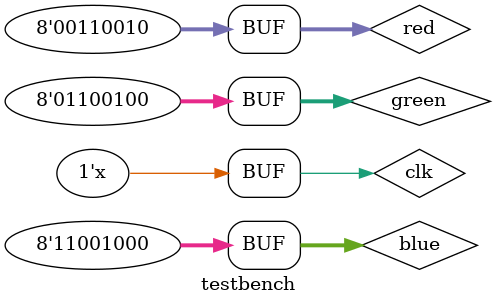
<source format=v>
`timescale 1ns / 1ps

module testbench;

reg clk = 0;
reg[7:0] red = 50;
reg[7:0] green = 100;
reg[7:0] blue = 200;
wire red_out;
wire green_out;
wire blue_out;

top UUT (
    clk,
    red,
    green,
    blue,
    red_out,
    green_out,
    blue_out
    );
    
always #5 clk = ~clk;
endmodule

</source>
